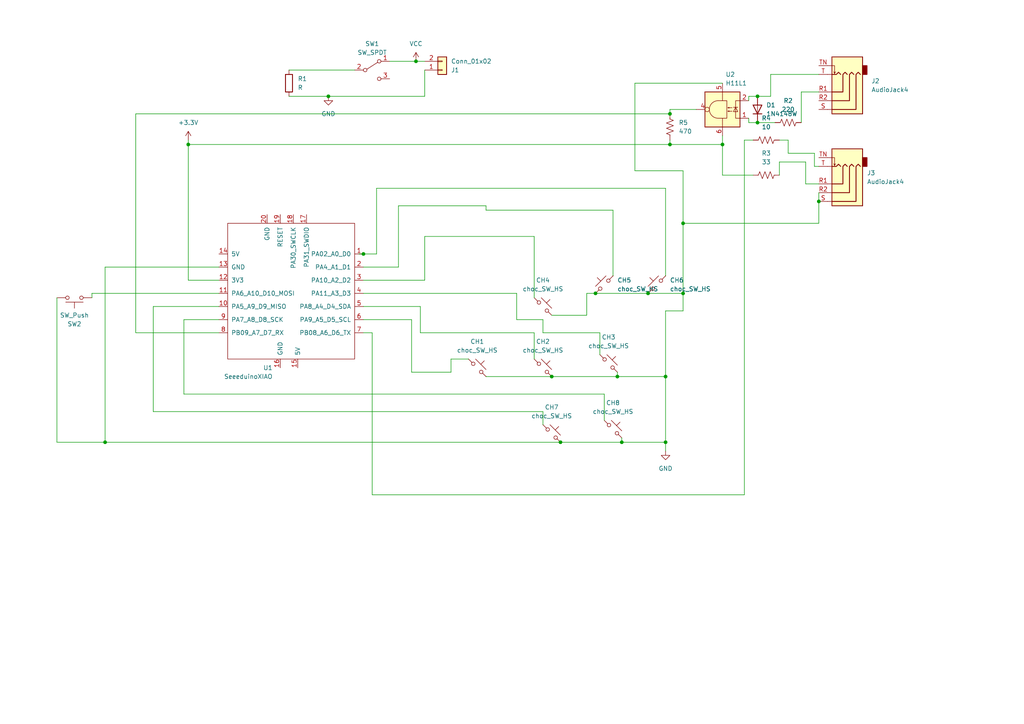
<source format=kicad_sch>
(kicad_sch (version 20230121) (generator eeschema)
  (paper "A4")
  (lib_symbols
    (symbol "Connector_Audio:AudioJack4_SwitchT1"
      (property "Reference" "J" (at 0 11.43 0))
      (property "Value" "AudioJack4_SwitchT1" (at 0 8.89 0))
      (symbol "AudioJack4_SwitchT1_0_1"
        (rectangle (start -7.62 -5.08) (end -8.89 -7.62) (stroke (width 0.254)) (fill (type outline)))
        (polyline (pts (xy 1.27 -5.08) (xy 2.54 -5.08)))
        (polyline (pts (xy 1.27 2.54) (xy 2.54 2.54)))
        (polyline (pts (xy 2.54 0) (xy 1.27 0)))
        (polyline (pts (xy 2.54 5.08) (xy 1.27 5.08)))
        (rectangle (start 1.27 6.35) (end -7.62 -10.16) (stroke (width 0.254)) (fill (type background)))
      )
      (symbol "AudioJack4_SwitchT1_1_1"
        (polyline (pts (xy 0.508 -5.334) (xy 0.762 -5.842)))
        (polyline (pts (xy -1.27 -5.08) (xy -0.635 -5.715) (xy 0 -5.08) (xy 1.27 -5.08)) (stroke (width 0.254)))
        (polyline (pts (xy 2.54 -7.62) (xy 0.508 -7.62) (xy 0.508 -5.334) (xy 0.254 -5.842)))
        (polyline (pts (xy -3.175 -5.08) (xy -2.54 -5.715) (xy -1.905 -5.08) (xy -1.905 0) (xy 1.27 0)) (stroke (width 0.254)))
        (polyline (pts (xy 1.27 2.54) (xy -3.81 2.54) (xy -3.81 -5.08) (xy -4.445 -5.715) (xy -5.08 -5.08)) (stroke (width 0.254)))
        (polyline (pts (xy 1.27 5.08) (xy -5.715 5.08) (xy -5.715 -5.08) (xy -6.35 -5.715) (xy -6.985 -5.08)) (stroke (width 0.254)))
        (pin passive line (at 5.08 0 180) (length 2.54) (name "~") (number "R1"))
        (pin passive line (at 5.08 2.54 180) (length 2.54) (name "~") (number "R2"))
        (pin passive line (at 5.08 5.08 180) (length 2.54) (name "~") (number "S"))
        (pin passive line (at 5.08 -5.08 180) (length 2.54) (name "~") (number "T"))
        (pin passive line (at 5.08 -7.62 180) (length 2.54) (name "~") (number "TN"))
      )
    )
    (symbol "Connector_Generic:Conn_01x02" (pin_names (offset 1.016) hide)
      (property "Reference" "J" (at 0 2.54 0))
      (property "Value" "Conn_01x02" (at 0 -5.08 0))
      (symbol "Conn_01x02_1_1"
        (rectangle (start -1.27 -2.413) (end 0 -2.667) (stroke (width 0.1524)))
        (rectangle (start -1.27 0.127) (end 0 -0.127) (stroke (width 0.1524)))
        (rectangle (start -1.27 1.27) (end 1.27 -3.81) (stroke (width 0.254)) (fill (type background)))
        (pin passive line (at -5.08 0 0) (length 3.81) (name "Pin_1") (number "1"))
        (pin passive line (at -5.08 -2.54 0) (length 3.81) (name "Pin_2") (number "2"))
      )
    )
    (symbol "Device:R" (pin_numbers hide) (pin_names (offset 0))
      (property "Reference" "R" (at 2.032 0 90))
      (property "Value" "R" (at 0 0 90))
      (symbol "R_0_1"
        (rectangle (start -1.016 -2.54) (end 1.016 2.54) (stroke (width 0.254)))
      )
      (symbol "R_1_1"
        (pin passive line (at 0 3.81 270) (length 1.27) (name "~") (number "1"))
        (pin passive line (at 0 -3.81 90) (length 1.27) (name "~") (number "2"))
      )
    )
    (symbol "Device:R_US" (pin_numbers hide) (pin_names (offset 0))
      (property "Reference" "R" (at 2.54 0 90))
      (property "Value" "R_US" (at -2.54 0 90))
      (symbol "R_US_0_1"
        (polyline (pts (xy 0 -2.286) (xy 0 -2.54)))
        (polyline (pts (xy 0 2.286) (xy 0 2.54)))
        (polyline (pts (xy 0 -0.762) (xy 1.016 -1.143) (xy 0 -1.524) (xy -1.016 -1.905) (xy 0 -2.286)))
        (polyline (pts (xy 0 0.762) (xy 1.016 0.381) (xy 0 0) (xy -1.016 -0.381) (xy 0 -0.762)))
        (polyline (pts (xy 0 2.286) (xy 1.016 1.905) (xy 0 1.524) (xy -1.016 1.143) (xy 0 0.762)))
      )
      (symbol "R_US_1_1"
        (pin passive line (at 0 3.81 270) (length 1.27) (name "~") (number "1"))
        (pin passive line (at 0 -3.81 90) (length 1.27) (name "~") (number "2"))
      )
    )
    (symbol "Diode:1N4148W" (pin_numbers hide) (pin_names hide)
      (property "Reference" "D" (at 0 2.54 0))
      (property "Value" "1N4148W" (at 0 -2.54 0))
      (symbol "1N4148W_0_1"
        (polyline (pts (xy -1.27 1.27) (xy -1.27 -1.27)) (stroke (width 0.254)))
        (polyline (pts (xy 1.27 0) (xy -1.27 0)))
        (polyline (pts (xy 1.27 1.27) (xy 1.27 -1.27) (xy -1.27 0) (xy 1.27 1.27)) (stroke (width 0.254)))
      )
      (symbol "1N4148W_1_1"
        (pin passive line (at -3.81 0 0) (length 2.54) (name "K") (number "1"))
        (pin passive line (at 3.81 0 180) (length 2.54) (name "A") (number "2"))
      )
    )
    (symbol "Isolator:H11L1" (pin_names (offset 1.016))
      (property "Reference" "U" (at 1.27 8.89 0))
      (property "Value" "H11L1" (at 1.27 6.35 0))
      (symbol "H11L1_0_1"
        (rectangle (start -5.08 5.08) (end 5.08 -5.08) (stroke (width 0.254)) (fill (type background)))
        (polyline (pts (xy -4.445 -0.635) (xy -3.175 -0.635)))
        (polyline (pts (xy 0 2.54) (xy 0 5.08)))
        (polyline (pts (xy 0 -2.54) (xy 0 -5.08) (xy 0 -3.81)))
        (polyline (pts (xy -5.08 -2.54) (xy -3.81 -2.54) (xy -3.81 2.54) (xy -5.08 2.54)))
        (polyline (pts (xy -3.81 -0.635) (xy -4.445 0.635) (xy -3.175 0.635) (xy -3.81 -0.635)))
        (polyline (pts (xy 1.27 -2.54) (xy -1.27 -2.54) (xy -1.27 2.54) (xy 1.27 2.54)))
        (polyline (pts (xy -2.794 -0.508) (xy -1.524 -0.508) (xy -1.905 -0.635) (xy -1.905 -0.381) (xy -1.524 -0.508)))
        (polyline (pts (xy -2.794 0.508) (xy -1.524 0.508) (xy -1.905 0.381) (xy -1.905 0.635) (xy -1.524 0.508)))
        (arc (start 1.27 -2.54) (mid 3.799 0) (end 1.27 2.54))
      )
      (symbol "H11L1_1_1"
        (pin passive line (at -7.62 2.54 0) (length 2.54) (name "~") (number "1"))
        (pin passive line (at -7.62 -2.54 0) (length 2.54) (name "~") (number "2"))
        (pin no_connect line (at -5.08 0 0) (length 2.54) hide (name "~") (number "3"))
        (pin output inverted (at 7.62 0 180) (length 3.81) (name "~") (number "4"))
        (pin power_in line (at 0 -7.62 90) (length 2.54) (name "~") (number "5"))
        (pin power_in line (at 0 7.62 270) (length 2.54) (name "~") (number "6"))
      )
    )
    (symbol "Seeeduino XIAO:SeeeduinoXIAO" (pin_names (offset 1.016))
      (property "Reference" "U" (at -19.05 22.86 0))
      (property "Value" "SeeeduinoXIAO" (at -12.7 21.59 0))
      (symbol "SeeeduinoXIAO_0_1"
        (rectangle (start -19.05 20.32) (end 17.78 -19.05))
      )
      (symbol "SeeeduinoXIAO_1_1"
        (pin unspecified line (at -21.59 11.43 0) (length 2.54) (name "PA02_A0_D0") (number "1"))
        (pin unspecified line (at 20.32 -3.81 180) (length 2.54) (name "PA5_A9_D9_MISO") (number "10"))
        (pin unspecified line (at 20.32 0 180) (length 2.54) (name "PA6_A10_D10_MOSI") (number "11"))
        (pin unspecified line (at 20.32 3.81 180) (length 2.54) (name "3V3") (number "12"))
        (pin unspecified line (at 20.32 7.62 180) (length 2.54) (name "GND") (number "13"))
        (pin unspecified line (at 20.32 11.43 180) (length 2.54) (name "5V") (number "14"))
        (pin input line (at -2.54 -21.59 90) (length 2.54) (name "5V") (number "15"))
        (pin input line (at 2.54 -21.59 90) (length 2.54) (name "GND") (number "16"))
        (pin input line (at -5.08 22.86 270) (length 2.54) (name "PA31_SWDIO") (number "17"))
        (pin input line (at -1.27 22.86 270) (length 2.54) (name "PA30_SWCLK") (number "18"))
        (pin input line (at 2.54 22.86 270) (length 2.54) (name "RESET") (number "19"))
        (pin unspecified line (at -21.59 7.62 0) (length 2.54) (name "PA4_A1_D1") (number "2"))
        (pin input line (at 6.35 22.86 270) (length 2.54) (name "GND") (number "20"))
        (pin unspecified line (at -21.59 3.81 0) (length 2.54) (name "PA10_A2_D2") (number "3"))
        (pin unspecified line (at -21.59 0 0) (length 2.54) (name "PA11_A3_D3") (number "4"))
        (pin unspecified line (at -21.59 -3.81 0) (length 2.54) (name "PA8_A4_D4_SDA") (number "5"))
        (pin unspecified line (at -21.59 -7.62 0) (length 2.54) (name "PA9_A5_D5_SCL") (number "6"))
        (pin unspecified line (at -21.59 -11.43 0) (length 2.54) (name "PB08_A6_D6_TX") (number "7"))
        (pin unspecified line (at 20.32 -11.43 180) (length 2.54) (name "PB09_A7_D7_RX") (number "8"))
        (pin unspecified line (at 20.32 -7.62 180) (length 2.54) (name "PA7_A8_D8_SCK") (number "9"))
      )
    )
    (symbol "Switch:SW_Push" (pin_numbers hide) (pin_names (offset 1.016) hide)
      (property "Reference" "SW" (at 1.27 2.54 0))
      (property "Value" "SW_Push" (at 0 -1.524 0))
      (symbol "SW_Push_0_1"
        (circle (center -2.032 0) (radius 0.508))
        (polyline (pts (xy 0 1.27) (xy 0 3.048)))
        (polyline (pts (xy 2.54 1.27) (xy -2.54 1.27)))
        (circle (center 2.032 0) (radius 0.508))
        (pin passive line (at -5.08 0 0) (length 2.54) (name "1") (number "1"))
        (pin passive line (at 5.08 0 180) (length 2.54) (name "2") (number "2"))
      )
    )
    (symbol "Switch:SW_SPDT" (pin_names (offset 0) hide)
      (property "Reference" "SW" (at 0 4.318 0))
      (property "Value" "SW_SPDT" (at 0 -5.08 0))
      (symbol "SW_SPDT_0_0"
        (circle (center -2.032 0) (radius 0.508))
        (circle (center 2.032 -2.54) (radius 0.508))
      )
      (symbol "SW_SPDT_0_1"
        (polyline (pts (xy -1.524 0.254) (xy 1.651 2.286)))
        (circle (center 2.032 2.54) (radius 0.508))
      )
      (symbol "SW_SPDT_1_1"
        (pin passive line (at 5.08 2.54 180) (length 2.54) (name "A") (number "1"))
        (pin passive line (at -5.08 0 0) (length 2.54) (name "B") (number "2"))
        (pin passive line (at 5.08 -2.54 180) (length 2.54) (name "C") (number "3"))
      )
    )
    (symbol "marbastlib-choc:choc_SW_HS" (pin_numbers hide) (pin_names (offset 1.016) hide)
      (property "Reference" "CH" (at 3.048 1.016 0))
      (property "Value" "choc_SW_HS" (at 0 -3.81 0))
      (symbol "choc_SW_HS_0_1"
        (circle (center -1.1684 1.1684) (radius 0.508))
        (polyline (pts (xy -0.508 2.54) (xy 2.54 -0.508)))
        (polyline (pts (xy 1.016 1.016) (xy 2.032 2.032)))
        (polyline (pts (xy -2.54 2.54) (xy -1.524 1.524) (xy -1.524 1.524)))
        (polyline (pts (xy 1.524 -1.524) (xy 2.54 -2.54) (xy 2.54 -2.54) (xy 2.54 -2.54)))
        (circle (center 1.143 -1.1938) (radius 0.508))
        (pin passive line (at -2.54 2.54 0) (length 0) (name "1") (number "1"))
        (pin passive line (at 2.54 -2.54 180) (length 0) (name "2") (number "2"))
      )
    )
    (symbol "power:+3.3V" (power) (pin_names (offset 0))
      (property "Value" "+3.3V" (at 0 3.556 0))
      (symbol "+3.3V_0_1"
        (polyline (pts (xy -0.762 1.27) (xy 0 2.54)))
        (polyline (pts (xy 0 0) (xy 0 2.54)))
        (polyline (pts (xy 0 2.54) (xy 0.762 1.27)))
      )
      (symbol "+3.3V_1_1"
        (pin power_in line (at 0 0 90) (length 0) hide (name "+3.3V") (number "1"))
      )
    )
    (symbol "power:GND" (power) (pin_names (offset 0))
      (property "Value" "GND" (at 0 -3.81 0))
      (symbol "GND_0_1"
        (polyline (pts (xy 0 0) (xy 0 -1.27) (xy 1.27 -1.27) (xy 0 -2.54) (xy -1.27 -1.27) (xy 0 -1.27)))
      )
      (symbol "GND_1_1"
        (pin power_in line (at 0 0 270) (length 0) hide (name "GND") (number "1"))
      )
    )
    (symbol "power:VCC" (power) (pin_names (offset 0))
      (property "Value" "VCC" (at 0 3.81 0))
      (symbol "VCC_0_1"
        (polyline (pts (xy -0.762 1.27) (xy 0 2.54)))
        (polyline (pts (xy 0 0) (xy 0 2.54)))
        (polyline (pts (xy 0 2.54) (xy 0.762 1.27)))
      )
      (symbol "VCC_1_1"
        (pin power_in line (at 0 0 90) (length 0) hide (name "VCC") (number "1"))
      )
    )
  )
  (junction (at 193.04 109.22))
  (junction (at 193.04 128.27))
  (junction (at 162.56 128.27))
  (junction (at 194.31 41.91))
  (junction (at 237.49 58.42))
  (junction (at 198.12 85.09))
  (junction (at 54.61 41.91))
  (junction (at 209.55 41.91))
  (junction (at 105.41 73.66))
  (junction (at 95.25 27.94))
  (junction (at 219.71 35.56))
  (junction (at 30.48 128.27))
  (junction (at 180.34 128.27))
  (junction (at 219.71 27.94))
  (junction (at 187.96 85.09))
  (junction (at 179.07 109.22))
  (junction (at 172.72 85.09))
  (junction (at 194.31 33.02))
  (junction (at 198.12 64.77))
  (junction (at 160.02 109.22))
  (junction (at 120.65 17.78))
  (wire (pts (xy 209.55 50.8) (xy 218.44 50.8)))
  (wire (pts (xy 53.34 92.71) (xy 63.5 92.71)))
  (wire (pts (xy 198.12 49.53) (xy 198.12 64.77)))
  (wire (pts (xy 217.17 35.56) (xy 217.17 34.29)))
  (wire (pts (xy 194.31 31.75) (xy 194.31 33.02)))
  (wire (pts (xy 179.07 109.22) (xy 179.07 107.95)))
  (wire (pts (xy 233.68 53.34) (xy 237.49 53.34)))
  (wire (pts (xy 105.41 77.47) (xy 115.57 77.47)))
  (wire (pts (xy 233.68 46.99) (xy 226.06 46.99)))
  (wire (pts (xy 162.56 128.27) (xy 180.34 128.27)))
  (wire (pts (xy 162.56 128.27) (xy 30.48 128.27)))
  (wire (pts (xy 105.41 73.66) (xy 109.22 73.66)))
  (wire (pts (xy 209.55 39.37) (xy 209.55 41.91)))
  (wire (pts (xy 154.94 96.52) (xy 121.92 96.52)))
  (wire (pts (xy 16.51 128.27) (xy 16.51 86.36)))
  (wire (pts (xy 149.86 85.09) (xy 149.86 92.71)))
  (wire (pts (xy 39.37 33.02) (xy 39.37 96.52)))
  (wire (pts (xy 193.04 109.22) (xy 193.04 128.27)))
  (wire (pts (xy 83.82 20.32) (xy 102.87 20.32)))
  (wire (pts (xy 121.92 88.9) (xy 105.41 88.9)))
  (wire (pts (xy 219.71 27.94) (xy 223.52 27.94)))
  (wire (pts (xy 130.81 107.95) (xy 130.81 104.14)))
  (wire (pts (xy 107.95 143.51) (xy 107.95 96.52)))
  (wire (pts (xy 123.19 68.58) (xy 154.94 68.58)))
  (wire (pts (xy 39.37 96.52) (xy 63.5 96.52)))
  (wire (pts (xy 119.38 92.71) (xy 119.38 107.95)))
  (wire (pts (xy 109.22 73.66) (xy 109.22 54.61)))
  (wire (pts (xy 140.97 59.69) (xy 115.57 59.69)))
  (wire (pts (xy 130.81 104.14) (xy 135.89 104.14)))
  (wire (pts (xy 157.48 96.52) (xy 173.99 96.52)))
  (wire (pts (xy 209.55 41.91) (xy 194.31 41.91)))
  (wire (pts (xy 219.71 35.56) (xy 224.79 35.56)))
  (wire (pts (xy 217.17 27.94) (xy 217.17 29.21)))
  (wire (pts (xy 30.48 128.27) (xy 30.48 77.47)))
  (wire (pts (xy 232.41 26.67) (xy 237.49 26.67)))
  (wire (pts (xy 30.48 128.27) (xy 16.51 128.27)))
  (wire (pts (xy 120.65 17.78) (xy 113.03 17.78)))
  (wire (pts (xy 218.44 40.64) (xy 215.9 40.64)))
  (wire (pts (xy 198.12 64.77) (xy 237.49 64.77)))
  (wire (pts (xy 44.45 119.38) (xy 157.48 119.38)))
  (wire (pts (xy 237.49 58.42) (xy 237.49 64.77)))
  (wire (pts (xy 226.06 46.99) (xy 226.06 50.8)))
  (wire (pts (xy 193.04 128.27) (xy 193.04 130.81)))
  (wire (pts (xy 140.97 60.96) (xy 177.8 60.96)))
  (wire (pts (xy 95.25 27.94) (xy 123.19 27.94)))
  (wire (pts (xy 121.92 96.52) (xy 121.92 88.9)))
  (wire (pts (xy 63.5 85.09) (xy 26.67 85.09)))
  (wire (pts (xy 236.22 48.26) (xy 237.49 48.26)))
  (wire (pts (xy 194.31 41.91) (xy 194.31 40.64)))
  (wire (pts (xy 115.57 77.47) (xy 115.57 59.69)))
  (wire (pts (xy 54.61 41.91) (xy 54.61 81.28)))
  (wire (pts (xy 198.12 64.77) (xy 198.12 85.09)))
  (wire (pts (xy 232.41 26.67) (xy 232.41 35.56)))
  (wire (pts (xy 104.14 73.66) (xy 105.41 73.66)))
  (wire (pts (xy 123.19 17.78) (xy 120.65 17.78)))
  (wire (pts (xy 193.04 80.01) (xy 193.04 54.61)))
  (wire (pts (xy 198.12 90.17) (xy 193.04 90.17)))
  (wire (pts (xy 154.94 86.36) (xy 154.94 68.58)))
  (wire (pts (xy 217.17 27.94) (xy 219.71 27.94)))
  (wire (pts (xy 54.61 81.28) (xy 63.5 81.28)))
  (wire (pts (xy 179.07 109.22) (xy 193.04 109.22)))
  (wire (pts (xy 177.8 80.01) (xy 177.8 60.96)))
  (wire (pts (xy 157.48 123.19) (xy 157.48 119.38)))
  (wire (pts (xy 198.12 85.09) (xy 198.12 90.17)))
  (wire (pts (xy 105.41 81.28) (xy 123.19 81.28)))
  (wire (pts (xy 223.52 21.59) (xy 237.49 21.59)))
  (wire (pts (xy 149.86 92.71) (xy 157.48 92.71)))
  (wire (pts (xy 236.22 44.45) (xy 236.22 48.26)))
  (wire (pts (xy 187.96 85.09) (xy 198.12 85.09)))
  (wire (pts (xy 160.02 109.22) (xy 179.07 109.22)))
  (wire (pts (xy 140.97 109.22) (xy 160.02 109.22)))
  (wire (pts (xy 228.6 40.64) (xy 226.06 40.64)))
  (wire (pts (xy 237.49 55.88) (xy 237.49 58.42)))
  (wire (pts (xy 170.18 85.09) (xy 172.72 85.09)))
  (wire (pts (xy 172.72 85.09) (xy 187.96 85.09)))
  (wire (pts (xy 184.15 24.13) (xy 184.15 49.53)))
  (wire (pts (xy 215.9 40.64) (xy 215.9 143.51)))
  (wire (pts (xy 173.99 102.87) (xy 173.99 96.52)))
  (wire (pts (xy 105.41 85.09) (xy 149.86 85.09)))
  (wire (pts (xy 107.95 96.52) (xy 105.41 96.52)))
  (wire (pts (xy 54.61 40.64) (xy 54.61 41.91)))
  (wire (pts (xy 184.15 49.53) (xy 198.12 49.53)))
  (wire (pts (xy 209.55 24.13) (xy 184.15 24.13)))
  (wire (pts (xy 233.68 46.99) (xy 233.68 53.34)))
  (wire (pts (xy 194.31 41.91) (xy 54.61 41.91)))
  (wire (pts (xy 105.41 92.71) (xy 119.38 92.71)))
  (wire (pts (xy 53.34 114.3) (xy 53.34 92.71)))
  (wire (pts (xy 26.67 85.09) (xy 26.67 86.36)))
  (wire (pts (xy 30.48 77.47) (xy 63.5 77.47)))
  (wire (pts (xy 215.9 143.51) (xy 107.95 143.51)))
  (wire (pts (xy 109.22 54.61) (xy 193.04 54.61)))
  (wire (pts (xy 44.45 88.9) (xy 63.5 88.9)))
  (wire (pts (xy 157.48 92.71) (xy 157.48 96.52)))
  (wire (pts (xy 180.34 128.27) (xy 193.04 128.27)))
  (wire (pts (xy 170.18 85.09) (xy 170.18 91.44)))
  (wire (pts (xy 154.94 96.52) (xy 154.94 104.14)))
  (wire (pts (xy 193.04 90.17) (xy 193.04 109.22)))
  (wire (pts (xy 83.82 27.94) (xy 95.25 27.94)))
  (wire (pts (xy 170.18 91.44) (xy 160.02 91.44)))
  (wire (pts (xy 53.34 114.3) (xy 175.26 114.3)))
  (wire (pts (xy 44.45 88.9) (xy 44.45 119.38)))
  (wire (pts (xy 228.6 44.45) (xy 236.22 44.45)))
  (wire (pts (xy 175.26 121.92) (xy 175.26 114.3)))
  (wire (pts (xy 123.19 81.28) (xy 123.19 68.58)))
  (wire (pts (xy 223.52 27.94) (xy 223.52 21.59)))
  (wire (pts (xy 201.93 31.75) (xy 194.31 31.75)))
  (wire (pts (xy 209.55 41.91) (xy 209.55 50.8)))
  (wire (pts (xy 39.37 33.02) (xy 194.31 33.02)))
  (wire (pts (xy 123.19 20.32) (xy 123.19 27.94)))
  (wire (pts (xy 217.17 35.56) (xy 219.71 35.56)))
  (wire (pts (xy 119.38 107.95) (xy 130.81 107.95)))
  (wire (pts (xy 180.34 128.27) (xy 180.34 127)))
  (wire (pts (xy 140.97 59.69) (xy 140.97 60.96)))
  (wire (pts (xy 228.6 44.45) (xy 228.6 40.64)))
  (symbol (lib_id "Device:R_US") (at 194.31 36.83 0) (unit 1)
    (property "Reference" "R5" (at 196.85 35.56 0) (effects (justify left)))
    (property "Value" "470" (at 196.85 38.1 0) (effects (justify left)))
    (property "Footprint" "Resistor_SMD:R_0603_1608Metric" (effects hide))
  )
  (symbol (lib_id "marbastlib-choc:choc_SW_HS") (at 157.48 106.68 0) (unit 1)
    (property "Reference" "CH2" (at 157.48 99.06 0))
    (property "Value" "choc_SW_HS" (at 157.48 101.6 0))
    (property "Footprint" "keyswitches:Kailh_socket_PG1350" (effects hide))
  )
  (symbol (lib_id "Switch:SW_SPDT") (at 107.95 20.32 0) (unit 1)
    (property "Reference" "SW1" (at 107.95 12.7 0))
    (property "Value" "SW_SPDT" (at 107.95 15.24 0))
    (property "Footprint" "Button_Switch_SMD:SW_SPDT_PCM12" (effects hide))
  )
  (symbol (lib_id "power:VCC") (at 120.65 17.78 0) (unit 1)
    (property "Reference" "#PWR02" (effects hide))
    (property "Value" "VCC" (at 120.65 12.7 0))
  )
  (symbol (lib_id "Device:R") (at 83.82 24.13 0) (unit 1)
    (property "Reference" "R1" (at 86.36 22.86 0) (effects (justify left)))
    (property "Value" "R" (at 86.36 25.4 0) (effects (justify left)))
    (property "Footprint" "Resistor_SMD:R_0805_2012Metric_Pad1.20x1.40mm_HandSolder" (effects hide))
  )
  (symbol (lib_id "marbastlib-choc:choc_SW_HS") (at 160.02 125.73 0) (unit 1)
    (property "Reference" "CH7" (at 160.02 118.11 0))
    (property "Value" "choc_SW_HS" (at 160.02 120.65 0))
    (property "Footprint" "keyswitches:Kailh_socket_PG1350" (effects hide))
  )
  (symbol (lib_id "Seeeduino XIAO:SeeeduinoXIAO") (at 83.82 85.09 0) (mirror y) (unit 1)
    (property "Reference" "U1" (at 79.0859 106.68 0) (effects (justify left)))
    (property "Value" "SeeeduinoXIAO" (at 79.0859 109.22 0) (effects (justify left)))
    (property "Footprint" "Seeeduino XIAO KICAD:Seeeduino XIAO-MOUDLE14P-2.54-21X17.8MM" (effects hide))
  )
  (symbol (lib_id "Diode:1N4148W") (at 219.71 31.75 90) (unit 1)
    (property "Reference" "D1" (at 222.25 30.48 90) (effects (justify right)))
    (property "Value" "1N4148W" (at 222.25 33.02 90) (effects (justify right)))
    (property "Footprint" "Diode_SMD:D_SOD-123F" (effects hide))
    (property "Datasheet" "https://www.vishay.com/docs/85748/1n4148w.pdf" (effects hide))
    (property "Sim.Device" "D" (effects hide))
    (property "Sim.Pins" "1=K 2=A" (effects hide))
  )
  (symbol (lib_id "marbastlib-choc:choc_SW_HS") (at 157.48 88.9 0) (unit 1)
    (property "Reference" "CH4" (at 157.48 81.28 0))
    (property "Value" "choc_SW_HS" (at 157.48 83.82 0))
    (property "Footprint" "keyswitches:Kailh_socket_PG1350" (effects hide))
  )
  (symbol (lib_id "Device:R_US") (at 228.6 35.56 90) (unit 1)
    (property "Reference" "R2" (at 228.6 29.21 90))
    (property "Value" "220" (at 228.6 31.75 90))
    (property "Footprint" "Resistor_SMD:R_0603_1608Metric" (effects hide))
  )
  (symbol (lib_id "Connector_Generic:Conn_01x02") (at 128.27 20.32 0) (mirror x) (unit 1)
    (property "Reference" "J1" (at 130.81 20.32 0) (effects (justify left)))
    (property "Value" "Conn_01x02" (at 130.81 17.78 0) (effects (justify left)))
    (property "Footprint" "Connector_JST:JST_GH_SM02B-GHS-TB_1x02-1MP_P1.25mm_Horizontal" (effects hide))
  )
  (symbol (lib_id "power:GND") (at 193.04 130.81 0) (unit 1)
    (property "Reference" "#PWR01" (effects hide))
    (property "Value" "GND" (at 193.04 135.89 0))
  )
  (symbol (lib_id "marbastlib-choc:choc_SW_HS") (at 176.53 105.41 0) (unit 1)
    (property "Reference" "CH3" (at 176.53 97.79 0))
    (property "Value" "choc_SW_HS" (at 176.53 100.33 0))
    (property "Footprint" "keyswitches:Kailh_socket_PG1350" (effects hide))
  )
  (symbol (lib_id "Device:R_US") (at 222.25 50.8 90) (unit 1)
    (property "Reference" "R3" (at 222.25 44.45 90))
    (property "Value" "33" (at 222.25 46.99 90))
    (property "Footprint" "Resistor_SMD:R_0603_1608Metric" (effects hide))
  )
  (symbol (lib_id "Connector_Audio:AudioJack4_SwitchT1") (at 242.57 53.34 180) (unit 1)
    (property "Reference" "J3" (at 251.46 50.165 0) (effects (justify right)))
    (property "Value" "AudioJack4" (at 251.46 52.705 0) (effects (justify right)))
    (property "Footprint" "Connector_Audio:Jack_3.5mm_PJ327A_SMD" (effects hide))
  )
  (symbol (lib_id "Isolator:H11L1") (at 209.55 31.75 180) (unit 1)
    (property "Reference" "U2" (at 210.4389 21.59 0) (effects (justify right)))
    (property "Value" "H11L1" (at 210.4389 24.13 0) (effects (justify right)))
    (property "Footprint" "Package_DIP:DIP-6_W7.62mm_SMDSocket_SmallPads" (effects hide))
    (property "Datasheet" "https://www.onsemi.com/pub/Collateral/H11L3M-D.PDF" (effects hide))
  )
  (symbol (lib_id "marbastlib-choc:choc_SW_HS") (at 175.26 82.55 90) (unit 1)
    (property "Reference" "CH5" (at 179.07 81.28 90) (effects (justify right)))
    (property "Value" "choc_SW_HS" (at 179.07 83.82 90) (effects (justify right)))
    (property "Footprint" "keyswitches:Kailh_socket_PG1350" (effects hide))
  )
  (symbol (lib_id "Switch:SW_Push") (at 21.59 86.36 0) (mirror x) (unit 1)
    (property "Reference" "SW2" (at 21.59 93.98 0))
    (property "Value" "SW_Push" (at 21.59 91.44 0))
    (property "Footprint" "Button_Switch_SMD:Panasonic_EVQPUL_EVQPUC" (effects hide))
  )
  (symbol (lib_id "power:GND") (at 95.25 27.94 0) (unit 1)
    (property "Reference" "#PWR03" (effects hide))
    (property "Value" "GND" (at 95.25 33.02 0))
  )
  (symbol (lib_id "marbastlib-choc:choc_SW_HS") (at 138.43 106.68 0) (unit 1)
    (property "Reference" "CH1" (at 138.43 99.06 0))
    (property "Value" "choc_SW_HS" (at 138.43 101.6 0))
    (property "Footprint" "keyswitches:Kailh_socket_PG1350" (effects hide))
  )
  (symbol (lib_id "Connector_Audio:AudioJack4_SwitchT1") (at 242.57 26.67 180) (unit 1)
    (property "Reference" "J2" (at 252.73 23.495 0) (effects (justify right)))
    (property "Value" "AudioJack4" (at 252.73 26.035 0) (effects (justify right)))
    (property "Footprint" "Connector_Audio:Jack_3.5mm_PJ327A_SMD" (effects hide))
  )
  (symbol (lib_id "Device:R_US") (at 222.25 40.64 90) (unit 1)
    (property "Reference" "R4" (at 222.25 34.29 90))
    (property "Value" "10" (at 222.25 36.83 90))
    (property "Footprint" "Resistor_SMD:R_0603_1608Metric" (effects hide))
  )
  (symbol (lib_id "power:+3.3V") (at 54.61 40.64 0) (unit 1)
    (property "Reference" "#PWR04" (effects hide))
    (property "Value" "+3.3V" (at 54.61 35.56 0))
  )
  (symbol (lib_id "marbastlib-choc:choc_SW_HS") (at 177.8 124.46 0) (unit 1)
    (property "Reference" "CH8" (at 177.8 116.84 0))
    (property "Value" "choc_SW_HS" (at 177.8 119.38 0))
    (property "Footprint" "keyswitches:Kailh_socket_PG1350" (effects hide))
  )
  (symbol (lib_id "marbastlib-choc:choc_SW_HS") (at 190.5 82.55 90) (unit 1)
    (property "Reference" "CH6" (at 194.31 81.28 90) (effects (justify right)))
    (property "Value" "choc_SW_HS" (at 194.31 83.82 90) (effects (justify right)))
    (property "Footprint" "keyswitches:Kailh_socket_PG1350" (effects hide))
  )
)
</source>
